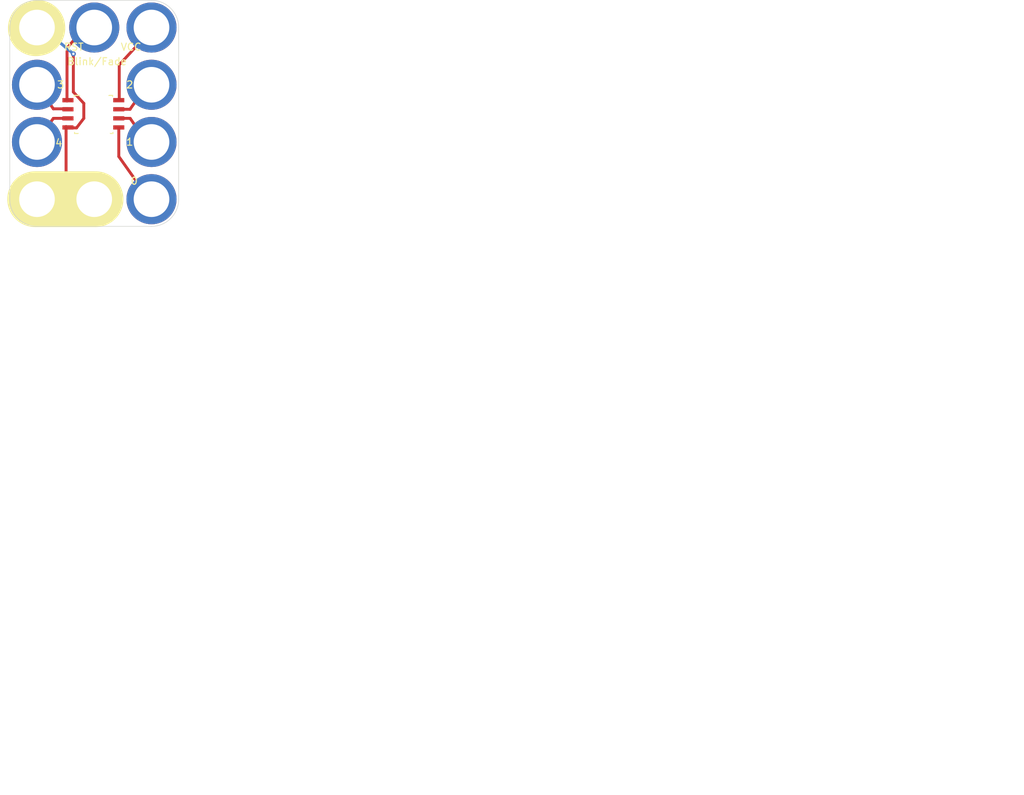
<source format=kicad_pcb>
(kicad_pcb (version 20171130) (host pcbnew 5.0.0-fee4fd1~66~ubuntu16.04.1)

  (general
    (thickness 1.6)
    (drawings 1)
    (tracks 0)
    (zones 0)
    (modules 1)
    (nets 9)
  )

  (page USLetter)
  (title_block
    (title "3x4 ATtiny85 8SOIC Breakout Module")
    (date "17 Mar 2017")
    (rev v1.2)
    (company "CERN Open Hardware License v1.2.")
    (comment 1 help@browndoggadgets.com)
    (comment 2 http://browndoggadgets.com/)
    (comment 3 "Brown Dog Gadgets")
  )

  (layers
    (0 F.Cu signal)
    (31 B.Cu signal)
    (34 B.Paste user)
    (35 F.Paste user)
    (36 B.SilkS user)
    (37 F.SilkS user)
    (38 B.Mask user)
    (39 F.Mask user)
    (40 Dwgs.User user)
    (44 Edge.Cuts user)
    (46 B.CrtYd user)
    (47 F.CrtYd user)
    (48 B.Fab user)
    (49 F.Fab user)
  )

  (setup
    (last_trace_width 0.254)
    (user_trace_width 0.1524)
    (user_trace_width 0.254)
    (user_trace_width 0.3302)
    (user_trace_width 0.508)
    (user_trace_width 0.762)
    (user_trace_width 1.27)
    (trace_clearance 0.254)
    (zone_clearance 0.508)
    (zone_45_only no)
    (trace_min 0.1524)
    (segment_width 0.1524)
    (edge_width 0.1524)
    (via_size 0.6858)
    (via_drill 0.3302)
    (via_min_size 0.6858)
    (via_min_drill 0.3302)
    (user_via 0.6858 0.3302)
    (user_via 0.762 0.4064)
    (user_via 0.8636 0.508)
    (uvia_size 0.6858)
    (uvia_drill 0.3302)
    (uvias_allowed no)
    (uvia_min_size 0)
    (uvia_min_drill 0)
    (pcb_text_width 0.1524)
    (pcb_text_size 1.016 1.016)
    (mod_edge_width 0.1524)
    (mod_text_size 1.016 1.016)
    (mod_text_width 0.1524)
    (pad_size 1.524 1.524)
    (pad_drill 0.762)
    (pad_to_mask_clearance 0.0762)
    (solder_mask_min_width 0.1016)
    (pad_to_paste_clearance -0.0762)
    (aux_axis_origin 0 0)
    (visible_elements FFFEDF7D)
    (pcbplotparams
      (layerselection 0x310fc_80000001)
      (usegerberextensions true)
      (usegerberattributes false)
      (usegerberadvancedattributes false)
      (creategerberjobfile false)
      (excludeedgelayer true)
      (linewidth 0.100000)
      (plotframeref false)
      (viasonmask false)
      (mode 1)
      (useauxorigin false)
      (hpglpennumber 1)
      (hpglpenspeed 20)
      (hpglpendiameter 15.000000)
      (psnegative false)
      (psa4output false)
      (plotreference true)
      (plotvalue true)
      (plotinvisibletext false)
      (padsonsilk false)
      (subtractmaskfromsilk false)
      (outputformat 1)
      (mirror false)
      (drillshape 0)
      (scaleselection 1)
      (outputdirectory "gerbers"))
  )

  (net 0 "")
  (net 1 "Net-(U1-Pad4)")
  (net 2 "Net-(U1-Pad2)")
  (net 3 "Net-(U1-Pad3)")
  (net 4 "Net-(U1-Pad1)")
  (net 5 "Net-(U1-Pad7)")
  (net 6 "Net-(U1-Pad5)")
  (net 7 "Net-(U1-Pad6)")
  (net 8 "Net-(U1-Pad8)")

  (net_class Default "This is the default net class."
    (clearance 0.254)
    (trace_width 0.254)
    (via_dia 0.6858)
    (via_drill 0.3302)
    (uvia_dia 0.6858)
    (uvia_drill 0.3302)
    (add_net "Net-(U1-Pad1)")
    (add_net "Net-(U1-Pad2)")
    (add_net "Net-(U1-Pad3)")
    (add_net "Net-(U1-Pad4)")
    (add_net "Net-(U1-Pad5)")
    (add_net "Net-(U1-Pad6)")
    (add_net "Net-(U1-Pad7)")
    (add_net "Net-(U1-Pad8)")
  )

  (module Crazy_Circuits:SOIC8-ATtiny85-3x4 (layer F.Cu) (tedit 5BA9DFA4) (tstamp 58FAB4AA)
    (at 5.1836 65.14492)
    (descr "8-lead dip package, row spacing 7.62 mm (300 mils)")
    (tags "dil dip 2.54 300")
    (path /5880402D)
    (fp_text reference U1 (at 8.25 -12) (layer F.Fab)
      (effects (font (size 1 1) (thickness 0.15)))
    )
    (fp_text value ATTINY85-8SOIC (at 8.128 -11.938) (layer B.SilkS) hide
      (effects (font (size 1 1) (thickness 0.15)) (justify mirror))
    )
    (fp_arc (start 15.9845 -24.003) (end 13 -23.876) (angle 272.4366482) (layer F.Mask) (width 1))
    (fp_line (start 4.318 -12.6365) (end 2.286 -12.6365) (layer F.Cu) (width 0.4064))
    (fp_line (start 5.08 -14.986) (end 5.08 -20.32) (layer F.Cu) (width 0.4064))
    (fp_text user Blink/Fade (at 8.4 -19.25) (layer F.SilkS)
      (effects (font (size 1 1) (thickness 0.15)))
    )
    (fp_line (start 0 0) (end 8 0) (layer F.Cu) (width 0.4064))
    (fp_line (start 0 0) (end 8.25 0) (layer F.SilkS) (width 0.4064))
    (fp_text user %R (at 8.382 -11.938 180) (layer F.Fab) hide
      (effects (font (size 1 1) (thickness 0.15)))
    )
    (fp_line (start 0 3.8) (end 16 3.8) (layer Edge.Cuts) (width 0.08))
    (fp_line (start -3.8 -24) (end -3.8 0) (layer Edge.Cuts) (width 0.08))
    (fp_line (start 19.8 -24) (end 19.8 0) (layer Edge.Cuts) (width 0.08))
    (fp_line (start 0 -27.8) (end 16 -27.8) (layer Edge.Cuts) (width 0.08))
    (fp_arc (start 0 -24) (end -3.8 -24) (angle 90) (layer Edge.Cuts) (width 0.08))
    (fp_arc (start 0 0) (end 0 3.8) (angle 90) (layer Edge.Cuts) (width 0.08))
    (fp_arc (start 16 0) (end 19.8 0) (angle 90) (layer Edge.Cuts) (width 0.08))
    (fp_arc (start 16 -24) (end 16 -27.8) (angle 90) (layer Edge.Cuts) (width 0.08))
    (fp_line (start 0 3.8) (end 16 3.8) (layer F.Fab) (width 0.05))
    (fp_line (start -3.8 -24) (end -3.8 0) (layer F.Fab) (width 0.05))
    (fp_line (start 19.8 -24) (end 19.8 0) (layer F.Fab) (width 0.05))
    (fp_line (start 0 -27.8) (end 16 -27.8) (layer F.Fab) (width 0.05))
    (fp_arc (start 0 -24) (end -3.8 -24) (angle 90) (layer F.Fab) (width 0.05))
    (fp_arc (start 0 0) (end 0 3.8) (angle 90) (layer F.Fab) (width 0.05))
    (fp_arc (start 16 0) (end 19.8 0) (angle 90) (layer F.Fab) (width 0.05))
    (fp_arc (start 16 -24) (end 16 -27.8) (angle 90) (layer F.Fab) (width 0.05))
    (fp_text user 2 (at 12.954 -16.002) (layer F.SilkS)
      (effects (font (size 1 1) (thickness 0.15)))
    )
    (fp_text user 1 (at 12.954 -8.001) (layer F.SilkS)
      (effects (font (size 1 1) (thickness 0.15)))
    )
    (fp_text user 0 (at 13.589 -2.54) (layer F.SilkS)
      (effects (font (size 1 1) (thickness 0.15)))
    )
    (fp_text user GND (at 4.064 1.27) (layer F.SilkS)
      (effects (font (size 1 1) (thickness 0.15)))
    )
    (fp_line (start 3.302 -14.732) (end 3.302 -8.89) (layer F.CrtYd) (width 0.05))
    (fp_line (start 12.446 -14.732) (end 12.446 -8.89) (layer F.CrtYd) (width 0.05))
    (fp_line (start 3.302 -14.732) (end 12.446 -14.732) (layer F.CrtYd) (width 0.05))
    (fp_line (start 3.302 -8.89) (end 12.446 -8.89) (layer F.CrtYd) (width 0.05))
    (fp_line (start 5.207 -14.5087) (end 5.207 -14.3637) (layer F.SilkS) (width 0.15))
    (fp_line (start 10.5664 -14.5087) (end 10.5664 -14.3637) (layer F.SilkS) (width 0.15))
    (fp_line (start 5.224 -14.513) (end 10.524 -14.513) (layer F.SilkS) (width 0.15))
    (fp_line (start 12.446 -14.732) (end 12.446 -8.89) (layer F.Fab) (width 0.05))
    (fp_line (start 3.302 -14.732) (end 12.446 -14.732) (layer F.Fab) (width 0.05))
    (fp_line (start 3.302 -8.89) (end 12.446 -8.89) (layer F.Fab) (width 0.05))
    (fp_line (start 3.302 -14.732) (end 3.302 -8.89) (layer F.Fab) (width 0.05))
    (fp_circle (center 4.318 -13.8557) (end 4.572 -13.8557) (layer F.Fab) (width 0.2))
    (fp_line (start 5.250098 -9.187372) (end 5.250098 -9.332372) (layer F.SilkS) (width 0.15))
    (fp_line (start 10.609498 -9.187372) (end 10.609498 -9.332372) (layer F.SilkS) (width 0.15))
    (fp_line (start 10.592498 -9.183072) (end 5.292498 -9.183072) (layer F.SilkS) (width 0.15))
    (fp_line (start -0.254 0) (end 8.1788 0) (layer B.Cu) (width 7.2))
    (fp_line (start -0.254 0) (end 8.1788 0) (layer B.Mask) (width 7.2))
    (fp_line (start 11.4935 -14.0335) (end 11.4935 -18.8595) (layer F.Cu) (width 0.4064))
    (fp_line (start 5.08 -20.32) (end 1.9 -23) (layer B.Cu) (width 0.4064))
    (fp_line (start 2.286 -12.6365) (end 0 -15.9385) (layer F.Cu) (width 0.4064))
    (fp_line (start 10.9855 -11.303) (end 13.0175 -11.303) (layer F.Cu) (width 0.4064))
    (fp_line (start 13.0175 -11.303) (end 15.3035 -8.001) (layer F.Cu) (width 0.4064))
    (fp_line (start 2.286 -11.303) (end 4.318 -11.303) (layer F.Cu) (width 0.4064))
    (fp_line (start -0.0635 -7.9375) (end 2.286 -11.303) (layer F.Cu) (width 0.4064))
    (fp_line (start 15.367 -15.961167) (end 12.998299 -12.573) (layer F.Cu) (width 0.4064))
    (fp_line (start 13.0175 -12.573) (end 10.9855 -12.573) (layer F.Cu) (width 0.4064))
    (fp_line (start 11.43 -5.969) (end 15.748 0.127) (layer F.Cu) (width 0.4064))
    (fp_line (start 11.43 -10.033) (end 11.43 -5.969) (layer F.Cu) (width 0.4064))
    (fp_line (start 4.064 0) (end 4.064 -10.16) (layer F.Cu) (width 0.4064))
    (fp_text user 3 (at 3.302 -16.002) (layer F.SilkS)
      (effects (font (size 1 1) (thickness 0.15)))
    )
    (fp_text user 4 (at 3.048 -7.874) (layer F.SilkS)
      (effects (font (size 1 1) (thickness 0.15)))
    )
    (fp_line (start -0.254 0) (end 8.1788 0) (layer F.SilkS) (width 7.8))
    (fp_line (start 16.129 -23.8125) (end 11.557 -18.8595) (layer F.Cu) (width 0.4064))
    (fp_line (start -0.1571 -23.90635) (end 0.05 -23.95) (layer F.SilkS) (width 7.8))
    (fp_line (start 6.5405 -13.3985) (end 5.08 -14.986) (layer F.Cu) (width 0.4064))
    (fp_line (start 6.5405 -13.3985) (end 6.5405 -11.303) (layer F.Cu) (width 0.4064))
    (fp_line (start 5.5245 -9.9695) (end 4.572 -9.9695) (layer F.Cu) (width 0.4064))
    (fp_line (start 6.5405 -11.303) (end 5.5245 -9.9695) (layer F.Cu) (width 0.4064))
    (fp_text user VCC (at 13.1445 -21.282) (layer F.SilkS)
      (effects (font (size 1 1) (thickness 0.15)))
    )
    (fp_arc (start 16.002 -16.002) (end 15.9385 -18.9865) (angle 181.2188752) (layer F.Mask) (width 1))
    (fp_arc (start 16.002 -8.001675) (end 15.9385 -10.986175) (angle 181.2188752) (layer F.Mask) (width 1))
    (fp_arc (start 16.002 0) (end 15.9385 -2.9845) (angle 236.5237217) (layer F.Mask) (width 1))
    (fp_arc (start 0 -8.001) (end 0.0635 -5.0165) (angle 181.2188752) (layer F.Mask) (width 1))
    (fp_arc (start 0 -16.001325) (end 0.0635 -13.016825) (angle 181.2188752) (layer F.Mask) (width 1))
    (fp_arc (start 8.012799 -24) (end 5.028299 -23.873) (angle 272.4366482) (layer F.Mask) (width 1))
    (fp_line (start 4.2 -21.15) (end 7 -24.35) (layer F.Cu) (width 0.4064))
    (fp_line (start 4.191 -13.716) (end 4.2 -21.15) (layer F.Cu) (width 0.4064))
    (fp_text user RST (at 5.15 -21.282) (layer F.SilkS)
      (effects (font (size 1 1) (thickness 0.15)))
    )
    (pad 4 thru_hole circle (at 0 0 270) (size 7 7) (drill 4.98) (layers *.Cu *.Mask)
      (net 1 "Net-(U1-Pad4)"))
    (pad "" np_thru_hole circle (at 8 -16.002 270) (size 4.98 4.98) (drill 4.98) (layers *.Cu))
    (pad 2 thru_hole circle (at 0 -16 270) (size 7 7) (drill 4.98) (layers *.Cu B.Mask)
      (net 2 "Net-(U1-Pad2)"))
    (pad 3 thru_hole circle (at 0 -8 270) (size 7 7) (drill 4.98) (layers *.Cu B.Mask)
      (net 3 "Net-(U1-Pad3)"))
    (pad "" np_thru_hole circle (at 8 -8 270) (size 4.98 4.98) (drill 4.98) (layers *.Cu))
    (pad 4 thru_hole circle (at 8 0 270) (size 7 7) (drill 4.98) (layers *.Cu *.Mask)
      (net 1 "Net-(U1-Pad4)"))
    (pad 4 thru_hole circle (at 0 -24 270) (size 7 7) (drill 4.98) (layers *.Cu *.Mask)
      (net 1 "Net-(U1-Pad4)"))
    (pad 7 thru_hole circle (at 16 -16 270) (size 7 7) (drill 4.98) (layers *.Cu B.Mask)
      (net 5 "Net-(U1-Pad7)"))
    (pad 5 thru_hole circle (at 16 0 270) (size 7 7) (drill 4.98) (layers *.Cu B.Mask)
      (net 6 "Net-(U1-Pad5)"))
    (pad 6 thru_hole circle (at 16 -8 270) (size 7 7) (drill 4.98) (layers *.Cu B.Mask)
      (net 7 "Net-(U1-Pad6)"))
    (pad 8 thru_hole circle (at 16 -24 270) (size 7 7) (drill 4.98) (layers *.Cu B.Mask)
      (net 8 "Net-(U1-Pad8)"))
    (pad 1 thru_hole circle (at 8 -24) (size 7 7) (drill 4.98) (layers *.Cu B.Mask)
      (net 4 "Net-(U1-Pad1)"))
    (pad 1 smd rect (at 4.324 -13.843) (size 1.55 0.6) (layers F.Cu F.Paste F.Mask)
      (net 4 "Net-(U1-Pad1)"))
    (pad 2 smd rect (at 4.324 -12.573) (size 1.55 0.6) (layers F.Cu F.Paste F.Mask)
      (net 2 "Net-(U1-Pad2)"))
    (pad 3 smd rect (at 4.324 -11.303) (size 1.55 0.6) (layers F.Cu F.Paste F.Mask)
      (net 3 "Net-(U1-Pad3)"))
    (pad 4 smd rect (at 4.324 -10.033) (size 1.55 0.6) (layers F.Cu F.Paste F.Mask)
      (net 1 "Net-(U1-Pad4)"))
    (pad 5 smd rect (at 11.424 -10.033) (size 1.55 0.6) (layers F.Cu F.Paste F.Mask)
      (net 6 "Net-(U1-Pad5)"))
    (pad 6 smd rect (at 11.424 -11.303) (size 1.55 0.6) (layers F.Cu F.Paste F.Mask)
      (net 7 "Net-(U1-Pad6)"))
    (pad 7 smd rect (at 11.424 -12.573) (size 1.55 0.6) (layers F.Cu F.Paste F.Mask)
      (net 5 "Net-(U1-Pad7)"))
    (pad 8 smd rect (at 11.424 -13.843) (size 1.55 0.6) (layers F.Cu F.Paste F.Mask)
      (net 8 "Net-(U1-Pad8)"))
    (pad X thru_hole circle (at 5.08 -20.32 270) (size 0.6858 0.6858) (drill 0.3302) (layers *.Cu))
  )

  (gr_text "FABRICATION NOTES\n\n1. THIS IS A 2 LAYER BOARD. \n2. EXTERNAL LAYERS SHALL HAVE 1 OZ COPPER.\n3. MATERIAL: FR4 AND 0.062 INCH +/- 10% THICK.\n4. BOARDS SHALL BE ROHS COMPLIANT. \n5. MANUFACTURE IN ACCORDANCE WITH IPC-6012 CLASS 2\n6. MASK: BOTH SIDES OF THE BOARD SHALL HAVE \n   SOLDER MASK (GREEN) OVER BARE COPPER. \n7. SILK: BOTH SIDES OF THE BOARD SHALL HAVE \n   WHITE SILKSCREEN. DO NOT PLACE SILK OVER BARE COPPER.\n8. FINISH: ENIG.\n9. MINIMUM TRACE WIDTH - 0.006 INCH.\n   MINIMUM SPACE - 0.006 INCH.\n   MINIMUM HOLE DIA - 0.013 INCH. \n10. MAX HOLE PLACEMENT TOLERANCE OF +/- 0.003 INCH.\n11. MAX HOLE DIAMETER TOLERANCE OF +/- 0.003 INCH AFTER PLATING." (at 0.01524 113.81232) (layer Dwgs.User)
    (effects (font (size 2.54 2.54) (thickness 0.254)) (justify left))
  )

)

</source>
